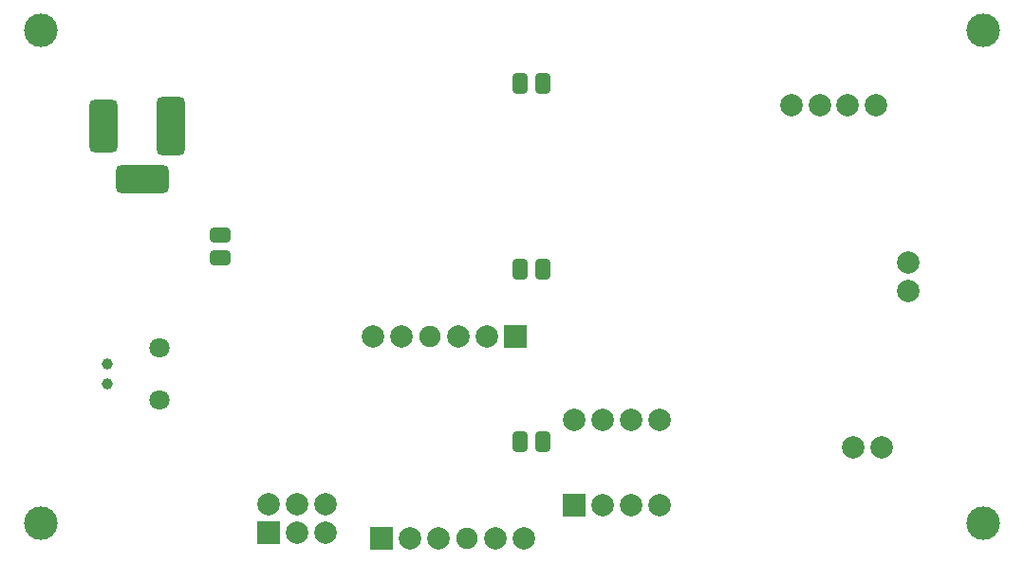
<source format=gbs>
G04*
G04 #@! TF.GenerationSoftware,Altium Limited,Altium Designer,22.7.1 (60)*
G04*
G04 Layer_Color=16711935*
%FSLAX43Y43*%
%MOMM*%
G71*
G04*
G04 #@! TF.SameCoordinates,BA50D012-4F98-4CAA-8EAC-1F94F0521628*
G04*
G04*
G04 #@! TF.FilePolarity,Negative*
G04*
G01*
G75*
G04:AMPARAMS|DCode=29|XSize=1.83mm|YSize=1.32mm|CornerRadius=0.278mm|HoleSize=0mm|Usage=FLASHONLY|Rotation=270.000|XOffset=0mm|YOffset=0mm|HoleType=Round|Shape=RoundedRectangle|*
%AMROUNDEDRECTD29*
21,1,1.830,0.765,0,0,270.0*
21,1,1.275,1.320,0,0,270.0*
1,1,0.555,-0.383,-0.638*
1,1,0.555,-0.383,0.638*
1,1,0.555,0.383,0.638*
1,1,0.555,0.383,-0.638*
%
%ADD29ROUNDEDRECTD29*%
G04:AMPARAMS|DCode=30|XSize=1.83mm|YSize=1.32mm|CornerRadius=0.278mm|HoleSize=0mm|Usage=FLASHONLY|Rotation=180.000|XOffset=0mm|YOffset=0mm|HoleType=Round|Shape=RoundedRectangle|*
%AMROUNDEDRECTD30*
21,1,1.830,0.765,0,0,180.0*
21,1,1.275,1.320,0,0,180.0*
1,1,0.555,-0.638,0.383*
1,1,0.555,0.638,0.383*
1,1,0.555,0.638,-0.383*
1,1,0.555,-0.638,-0.383*
%
%ADD30ROUNDEDRECTD30*%
%ADD44C,2.000*%
%ADD45R,2.000X2.000*%
%ADD46C,1.903*%
G04:AMPARAMS|DCode=47|XSize=5.2mm|YSize=2.5mm|CornerRadius=0.425mm|HoleSize=0mm|Usage=FLASHONLY|Rotation=90.000|XOffset=0mm|YOffset=0mm|HoleType=Round|Shape=RoundedRectangle|*
%AMROUNDEDRECTD47*
21,1,5.200,1.650,0,0,90.0*
21,1,4.350,2.500,0,0,90.0*
1,1,0.850,0.825,2.175*
1,1,0.850,0.825,-2.175*
1,1,0.850,-0.825,-2.175*
1,1,0.850,-0.825,2.175*
%
%ADD47ROUNDEDRECTD47*%
G04:AMPARAMS|DCode=48|XSize=4.7mm|YSize=2.5mm|CornerRadius=0.425mm|HoleSize=0mm|Usage=FLASHONLY|Rotation=90.000|XOffset=0mm|YOffset=0mm|HoleType=Round|Shape=RoundedRectangle|*
%AMROUNDEDRECTD48*
21,1,4.700,1.650,0,0,90.0*
21,1,3.850,2.500,0,0,90.0*
1,1,0.850,0.825,1.925*
1,1,0.850,0.825,-1.925*
1,1,0.850,-0.825,-1.925*
1,1,0.850,-0.825,1.925*
%
%ADD48ROUNDEDRECTD48*%
G04:AMPARAMS|DCode=49|XSize=4.7mm|YSize=2.5mm|CornerRadius=0.425mm|HoleSize=0mm|Usage=FLASHONLY|Rotation=180.000|XOffset=0mm|YOffset=0mm|HoleType=Round|Shape=RoundedRectangle|*
%AMROUNDEDRECTD49*
21,1,4.700,1.650,0,0,180.0*
21,1,3.850,2.500,0,0,180.0*
1,1,0.850,-1.925,0.825*
1,1,0.850,1.925,0.825*
1,1,0.850,1.925,-0.825*
1,1,0.850,-1.925,-0.825*
%
%ADD49ROUNDEDRECTD49*%
%ADD50C,3.000*%
%ADD51C,1.800*%
%ADD52R,2.000X2.000*%
%ADD53C,1.000*%
D29*
X47757Y42250D02*
D03*
X45743Y42250D02*
D03*
X47807Y10300D02*
D03*
X45792D02*
D03*
X47783Y25650D02*
D03*
X45768Y25650D02*
D03*
D30*
X19025Y26692D02*
D03*
Y28708D02*
D03*
D44*
X23363Y4687D02*
D03*
X25903D02*
D03*
X28443D02*
D03*
Y2147D02*
D03*
X25903D02*
D03*
X35185Y19643D02*
D03*
X42805D02*
D03*
X40265D02*
D03*
X32645D02*
D03*
X78000Y9750D02*
D03*
X75500D02*
D03*
X80357Y26250D02*
D03*
Y23750D02*
D03*
X77500Y40300D02*
D03*
X72500D02*
D03*
X75000D02*
D03*
X70000D02*
D03*
X43570Y1625D02*
D03*
X35950D02*
D03*
X38490D02*
D03*
X46110D02*
D03*
X58180Y12208D02*
D03*
X55640D02*
D03*
X53100D02*
D03*
X50560D02*
D03*
X58180Y4588D02*
D03*
X55640D02*
D03*
X53100D02*
D03*
D45*
X23363Y2147D02*
D03*
X45345Y19643D02*
D03*
X33410Y1625D02*
D03*
D46*
X37725Y19643D02*
D03*
X41030Y1625D02*
D03*
D47*
X14580Y38500D02*
D03*
D48*
X8580Y38500D02*
D03*
D49*
X12080Y33700D02*
D03*
D50*
X87038Y3019D02*
D03*
Y47019D02*
D03*
X3038D02*
D03*
Y3019D02*
D03*
D51*
X13600Y13975D02*
D03*
Y18625D02*
D03*
D52*
X50560Y4588D02*
D03*
D53*
X8900Y17200D02*
D03*
Y15400D02*
D03*
M02*

</source>
